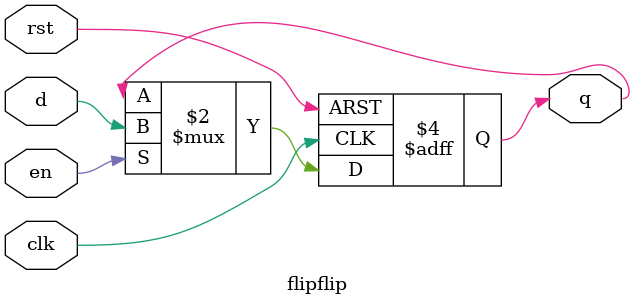
<source format=sv>
module flipflip(clk, rst, en, d, q);
    input logic clk;
    input logic rst; 
    input logic en;
    input logic d;
    output logic q;

    always_ff@(posedge clk or posedge rst) begin
        if (rst)
            q <= 1'b0;
        else if (en) begin
            q <= d;
        end
    end
endmodule

</source>
